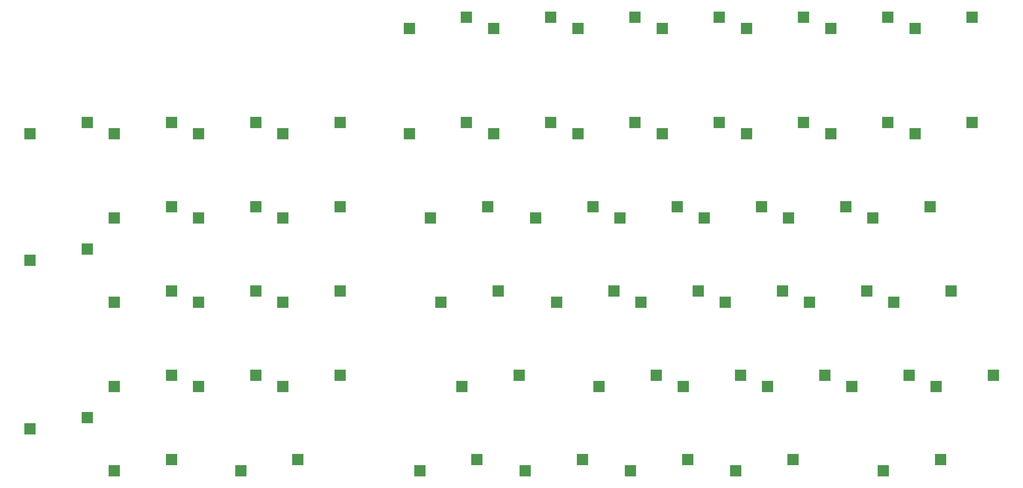
<source format=gbr>
%TF.GenerationSoftware,KiCad,Pcbnew,7.0.5*%
%TF.CreationDate,2023-06-22T07:55:22+00:00*%
%TF.ProjectId,Entry-left,456e7472-792d-46c6-9566-742e6b696361,rev?*%
%TF.SameCoordinates,Original*%
%TF.FileFunction,Paste,Bot*%
%TF.FilePolarity,Positive*%
%FSLAX46Y46*%
G04 Gerber Fmt 4.6, Leading zero omitted, Abs format (unit mm)*
G04 Created by KiCad (PCBNEW 7.0.5) date 2023-06-22 07:55:22*
%MOMM*%
%LPD*%
G01*
G04 APERTURE LIST*
%ADD10R,2.550000X2.500000*%
G04 APERTURE END LIST*
D10*
%TO.C,MX6*%
X67409250Y-78258750D03*
X80336250Y-75718750D03*
%TD*%
%TO.C,MX2*%
X48359250Y-59208750D03*
X61286250Y-56668750D03*
%TD*%
%TO.C,MX20*%
X153134250Y-35395750D03*
X166061250Y-32855750D03*
%TD*%
%TO.C,MX52*%
X165040500Y-135408750D03*
X177967500Y-132868750D03*
%TD*%
%TO.C,MX26*%
X134084250Y-59208750D03*
X147011250Y-56668750D03*
%TD*%
%TO.C,MX1*%
X29309250Y-59208750D03*
X42236250Y-56668750D03*
%TD*%
%TO.C,MX38*%
X122178000Y-97308750D03*
X135105000Y-94768750D03*
%TD*%
%TO.C,MX53*%
X188853000Y-135408750D03*
X201780000Y-132868750D03*
%TD*%
%TO.C,MX27*%
X153134250Y-59208750D03*
X166061250Y-56668750D03*
%TD*%
%TO.C,MX10*%
X67409250Y-97308750D03*
X80336250Y-94768750D03*
%TD*%
%TO.C,MX17*%
X76934250Y-135408750D03*
X89861250Y-132868750D03*
%TD*%
%TO.C,MX50*%
X117415500Y-135408750D03*
X130342500Y-132868750D03*
%TD*%
%TO.C,MX31*%
X229334250Y-59208750D03*
X242261250Y-56668750D03*
%TD*%
%TO.C,MX18*%
X115034250Y-35395750D03*
X127961250Y-32855750D03*
%TD*%
%TO.C,MX42*%
X205521750Y-97308750D03*
X218448750Y-94768750D03*
%TD*%
%TO.C,MX22*%
X191234250Y-35395750D03*
X204161250Y-32855750D03*
%TD*%
%TO.C,MX16*%
X48359250Y-135408750D03*
X61286250Y-132868750D03*
%TD*%
%TO.C,MX8*%
X29309250Y-87783750D03*
X42236250Y-85243750D03*
%TD*%
%TO.C,MX33*%
X143609250Y-78258750D03*
X156536250Y-75718750D03*
%TD*%
%TO.C,MX40*%
X167421750Y-97308750D03*
X180348750Y-94768750D03*
%TD*%
%TO.C,MX34*%
X162659250Y-78258750D03*
X175586250Y-75718750D03*
%TD*%
%TO.C,MX11*%
X86459250Y-97308750D03*
X99386250Y-94768750D03*
%TD*%
%TO.C,MX3*%
X67409250Y-59208750D03*
X80336250Y-56668750D03*
%TD*%
%TO.C,MX37*%
X219809250Y-78258750D03*
X232736250Y-75718750D03*
%TD*%
%TO.C,MX29*%
X191234250Y-59208750D03*
X204161250Y-56668750D03*
%TD*%
%TO.C,MX24*%
X229334250Y-35395750D03*
X242261250Y-32855750D03*
%TD*%
%TO.C,MX14*%
X86459250Y-116358750D03*
X99386250Y-113818750D03*
%TD*%
%TO.C,MX44*%
X126940500Y-116358750D03*
X139867500Y-113818750D03*
%TD*%
%TO.C,MX54*%
X222190500Y-135408750D03*
X235117500Y-132868750D03*
%TD*%
%TO.C,MX5*%
X48359250Y-78258750D03*
X61286250Y-75718750D03*
%TD*%
%TO.C,MX7*%
X86459250Y-78258750D03*
X99386250Y-75718750D03*
%TD*%
%TO.C,MX49*%
X234096750Y-116358750D03*
X247023750Y-113818750D03*
%TD*%
%TO.C,MX41*%
X186471750Y-97308750D03*
X199398750Y-94768750D03*
%TD*%
%TO.C,MX51*%
X141228000Y-135408750D03*
X154155000Y-132868750D03*
%TD*%
%TO.C,MX9*%
X48359250Y-97308750D03*
X61286250Y-94768750D03*
%TD*%
%TO.C,MX47*%
X195996750Y-116358750D03*
X208923750Y-113818750D03*
%TD*%
%TO.C,MX21*%
X172184250Y-35395750D03*
X185111250Y-32855750D03*
%TD*%
%TO.C,MX46*%
X176946750Y-116358750D03*
X189873750Y-113818750D03*
%TD*%
%TO.C,MX13*%
X67409250Y-116358750D03*
X80336250Y-113818750D03*
%TD*%
%TO.C,MX45*%
X157896750Y-116358750D03*
X170823750Y-113818750D03*
%TD*%
%TO.C,MX32*%
X119796750Y-78258750D03*
X132723750Y-75718750D03*
%TD*%
%TO.C,MX35*%
X181709250Y-78258750D03*
X194636250Y-75718750D03*
%TD*%
%TO.C,MX43*%
X224571750Y-97308750D03*
X237498750Y-94768750D03*
%TD*%
%TO.C,MX36*%
X200759250Y-78258750D03*
X213686250Y-75718750D03*
%TD*%
%TO.C,MX23*%
X210284250Y-35395750D03*
X223211250Y-32855750D03*
%TD*%
%TO.C,MX25*%
X115034250Y-59208750D03*
X127961250Y-56668750D03*
%TD*%
%TO.C,MX15*%
X29309250Y-125883750D03*
X42236250Y-123343750D03*
%TD*%
%TO.C,MX12*%
X48359250Y-116358750D03*
X61286250Y-113818750D03*
%TD*%
%TO.C,MX30*%
X210284250Y-59208750D03*
X223211250Y-56668750D03*
%TD*%
%TO.C,MX19*%
X134084250Y-35395750D03*
X147011250Y-32855750D03*
%TD*%
%TO.C,MX28*%
X172184250Y-59208750D03*
X185111250Y-56668750D03*
%TD*%
%TO.C,MX48*%
X215046750Y-116358750D03*
X227973750Y-113818750D03*
%TD*%
%TO.C,MX4*%
X86459250Y-59208750D03*
X99386250Y-56668750D03*
%TD*%
%TO.C,MX39*%
X148371750Y-97308750D03*
X161298750Y-94768750D03*
%TD*%
M02*

</source>
